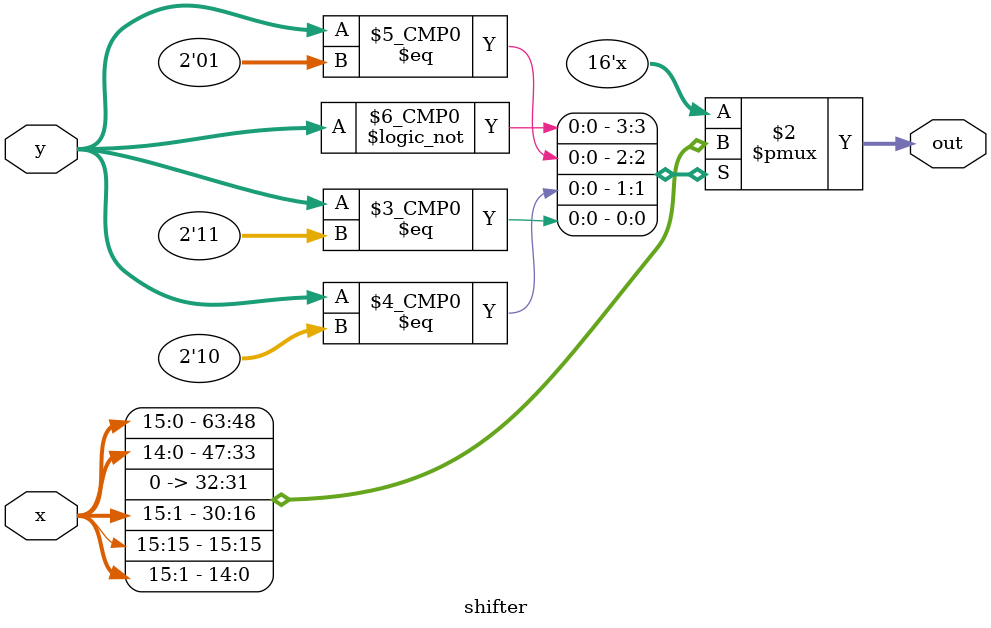
<source format=v>
module shifter(x,y,out);
	input [15:0] x;
	input [1:0] y;
	output [15:0] out;

	reg[15:0] out;

	always@* begin
	case(y)
		2'b00: out = x;		     //if shift is 00 keep loadb the same
		2'b01: out = {x[14:0],1'b0}; //shift=01 - shift to left and LSB = 0
		2'b10: out = {1'b0,x[15:1]}; //shift=10 - shift to right and MSB = 0 
		2'b11: out = {x[15],x[15:1]}; //shift=11 - shift to right and MSB = MSB from before
	endcase
	end
endmodule
</source>
